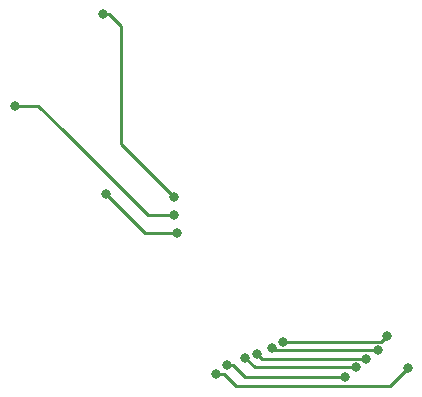
<source format=gbr>
%TF.GenerationSoftware,KiCad,Pcbnew,7.0.5*%
%TF.CreationDate,2023-06-27T09:31:13+01:00*%
%TF.ProjectId,lbuttons,6c627574-746f-46e7-932e-6b696361645f,rev?*%
%TF.SameCoordinates,Original*%
%TF.FileFunction,Copper,L2,Bot*%
%TF.FilePolarity,Positive*%
%FSLAX46Y46*%
G04 Gerber Fmt 4.6, Leading zero omitted, Abs format (unit mm)*
G04 Created by KiCad (PCBNEW 7.0.5) date 2023-06-27 09:31:13*
%MOMM*%
%LPD*%
G01*
G04 APERTURE LIST*
%TA.AperFunction,ViaPad*%
%ADD10C,0.800000*%
%TD*%
%TA.AperFunction,Conductor*%
%ADD11C,0.250000*%
%TD*%
G04 APERTURE END LIST*
D10*
%TO.N,/l1*%
X150500000Y-131250000D03*
X141750000Y-131750000D03*
%TO.N,/right*%
X140750000Y-132250000D03*
X149750000Y-132474500D03*
%TO.N,/up*%
X148750000Y-133199011D03*
X126500000Y-104000000D03*
X139500000Y-132750000D03*
X132500000Y-119500000D03*
%TO.N,/left*%
X132500000Y-121000000D03*
X119000000Y-111750000D03*
X147892691Y-133923511D03*
X138500000Y-133123539D03*
%TO.N,/down*%
X147000000Y-134750000D03*
X137000000Y-133750000D03*
X132750000Y-122500000D03*
X126750000Y-119250000D03*
%TO.N,GND*%
X136000000Y-134500000D03*
X152250000Y-134000000D03*
%TD*%
D11*
%TO.N,/l1*%
X141750000Y-131750000D02*
X150000000Y-131750000D01*
X150000000Y-131750000D02*
X150500000Y-131250000D01*
%TO.N,/right*%
X140974511Y-132474511D02*
X149749989Y-132474511D01*
X149749989Y-132474511D02*
X149750000Y-132474500D01*
X140750000Y-132250000D02*
X140974511Y-132474511D01*
%TO.N,/up*%
X132500000Y-119500000D02*
X128000000Y-115000000D01*
X139500000Y-132750000D02*
X139949011Y-133199011D01*
X139949011Y-133199011D02*
X148750000Y-133199011D01*
X128000000Y-105000000D02*
X127000000Y-104000000D01*
X128000000Y-115000000D02*
X128000000Y-105000000D01*
X127000000Y-104000000D02*
X126500000Y-104000000D01*
%TO.N,/left*%
X139299972Y-133923511D02*
X138500000Y-133123539D01*
X132500000Y-121000000D02*
X130250000Y-121000000D01*
X121000000Y-111750000D02*
X119000000Y-111750000D01*
X130250000Y-121000000D02*
X123250000Y-114000000D01*
X139299972Y-133923511D02*
X147892691Y-133923511D01*
X123250000Y-114000000D02*
X121000000Y-111750000D01*
%TO.N,/down*%
X130000000Y-122500000D02*
X126750000Y-119250000D01*
X138500000Y-134750000D02*
X147000000Y-134750000D01*
X132750000Y-122500000D02*
X130000000Y-122500000D01*
X137000000Y-133750000D02*
X137500000Y-133750000D01*
X137500000Y-133750000D02*
X138500000Y-134750000D01*
%TO.N,GND*%
X136000000Y-134500000D02*
X136750000Y-134500000D01*
X150750000Y-135500000D02*
X152250000Y-134000000D01*
X137750000Y-135500000D02*
X150750000Y-135500000D01*
X136750000Y-134500000D02*
X137750000Y-135500000D01*
%TD*%
M02*

</source>
